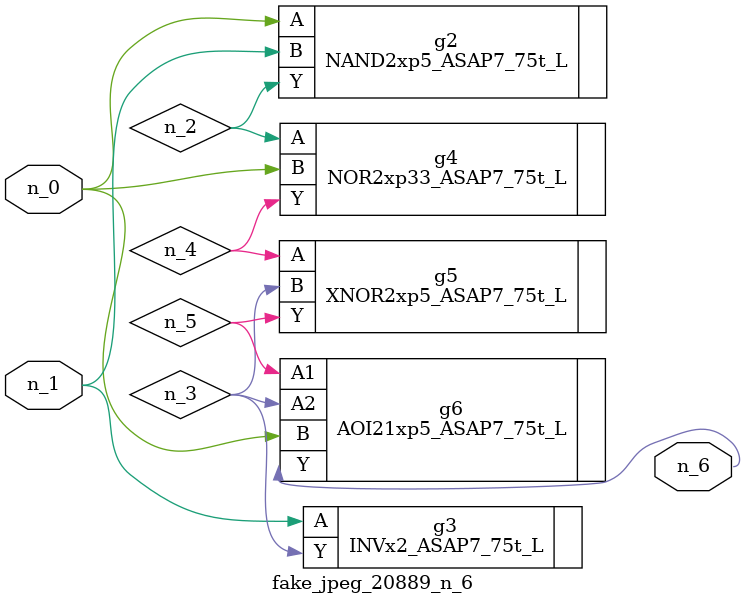
<source format=v>
module fake_jpeg_20889_n_6 (n_0, n_1, n_6);

input n_0;
input n_1;

output n_6;

wire n_3;
wire n_2;
wire n_4;
wire n_5;

NAND2xp5_ASAP7_75t_L g2 ( 
.A(n_0),
.B(n_1),
.Y(n_2)
);

INVx2_ASAP7_75t_L g3 ( 
.A(n_1),
.Y(n_3)
);

NOR2xp33_ASAP7_75t_L g4 ( 
.A(n_2),
.B(n_0),
.Y(n_4)
);

XNOR2xp5_ASAP7_75t_L g5 ( 
.A(n_4),
.B(n_3),
.Y(n_5)
);

AOI21xp5_ASAP7_75t_L g6 ( 
.A1(n_5),
.A2(n_3),
.B(n_0),
.Y(n_6)
);


endmodule
</source>
